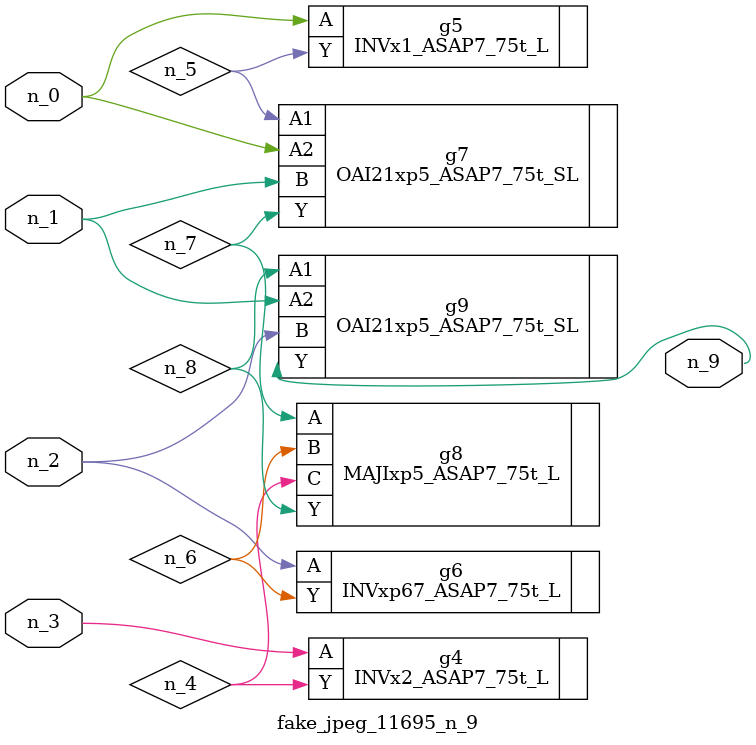
<source format=v>
module fake_jpeg_11695_n_9 (n_0, n_3, n_2, n_1, n_9);

input n_0;
input n_3;
input n_2;
input n_1;

output n_9;

wire n_4;
wire n_8;
wire n_6;
wire n_5;
wire n_7;

INVx2_ASAP7_75t_L g4 ( 
.A(n_3),
.Y(n_4)
);

INVx1_ASAP7_75t_L g5 ( 
.A(n_0),
.Y(n_5)
);

INVxp67_ASAP7_75t_L g6 ( 
.A(n_2),
.Y(n_6)
);

OAI21xp5_ASAP7_75t_SL g7 ( 
.A1(n_5),
.A2(n_0),
.B(n_1),
.Y(n_7)
);

MAJIxp5_ASAP7_75t_L g8 ( 
.A(n_7),
.B(n_6),
.C(n_4),
.Y(n_8)
);

OAI21xp5_ASAP7_75t_SL g9 ( 
.A1(n_8),
.A2(n_1),
.B(n_2),
.Y(n_9)
);


endmodule
</source>
